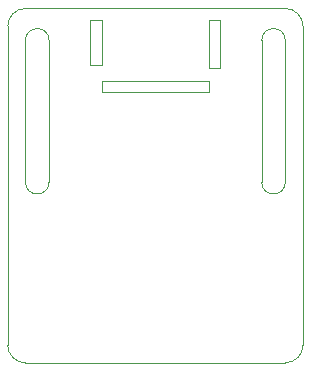
<source format=gbr>
G04 #@! TF.GenerationSoftware,KiCad,Pcbnew,5.1.2*
G04 #@! TF.CreationDate,2019-06-13T14:37:42+02:00*
G04 #@! TF.ProjectId,BodyTempUnit-e7,426f6479-5465-46d7-9055-6e69742d6537,rev?*
G04 #@! TF.SameCoordinates,Original*
G04 #@! TF.FileFunction,Paste,Bot*
G04 #@! TF.FilePolarity,Positive*
%FSLAX46Y46*%
G04 Gerber Fmt 4.6, Leading zero omitted, Abs format (unit mm)*
G04 Created by KiCad (PCBNEW 5.1.2) date 2019-06-13 14:37:42*
%MOMM*%
%LPD*%
G04 APERTURE LIST*
%ADD10C,0.050000*%
G04 APERTURE END LIST*
D10*
X88505000Y-135000033D02*
G75*
G03X90005000Y-133510000I0J1500033D01*
G01*
X64998200Y-133501400D02*
G75*
G03X66498200Y-135001400I1500000J0D01*
G01*
X82000000Y-112100000D02*
X82000000Y-111100000D01*
X73000000Y-112100000D02*
X73000000Y-111100000D01*
X72000000Y-109800000D02*
X73000000Y-109800000D01*
X82000000Y-110000000D02*
X83000000Y-110000000D01*
X83000000Y-106000000D02*
X83000000Y-110000000D01*
X82000000Y-106000000D02*
X83000000Y-106000000D01*
X82000000Y-106000000D02*
X82000000Y-110000000D01*
X72000000Y-106000000D02*
X72000000Y-109800000D01*
X73000000Y-106000000D02*
X72000000Y-106000000D01*
X73000000Y-109800000D02*
X73000000Y-106000000D01*
X82000000Y-112100000D02*
X73000000Y-112100000D01*
X66500000Y-105000000D02*
G75*
G03X65000000Y-106500000I0J-1500000D01*
G01*
X90000000Y-106500000D02*
G75*
G03X88500000Y-105000000I-1500000J0D01*
G01*
X90000000Y-106500000D02*
X90005000Y-133510000D01*
X65001100Y-106500000D02*
X64999600Y-133501400D01*
X66500000Y-105000000D02*
X88500000Y-105000000D01*
X88500000Y-107700000D02*
X88500000Y-119700000D01*
X86500000Y-119700000D02*
X86500000Y-107700000D01*
X88500000Y-119700000D02*
G75*
G02X86500000Y-119700000I-1000000J0D01*
G01*
X86500000Y-107700000D02*
G75*
G02X88500000Y-107700000I1000000J0D01*
G01*
X68500000Y-107700000D02*
X68500000Y-119700000D01*
X66500000Y-107700000D02*
G75*
G02X68500000Y-107700000I1000000J0D01*
G01*
X68500000Y-119700000D02*
G75*
G02X66500000Y-119700000I-1000000J0D01*
G01*
X66500000Y-119700000D02*
X66500000Y-107700000D01*
X73000000Y-111100000D02*
X82000000Y-111100000D01*
X88505000Y-135000000D02*
X66498200Y-135000000D01*
M02*

</source>
